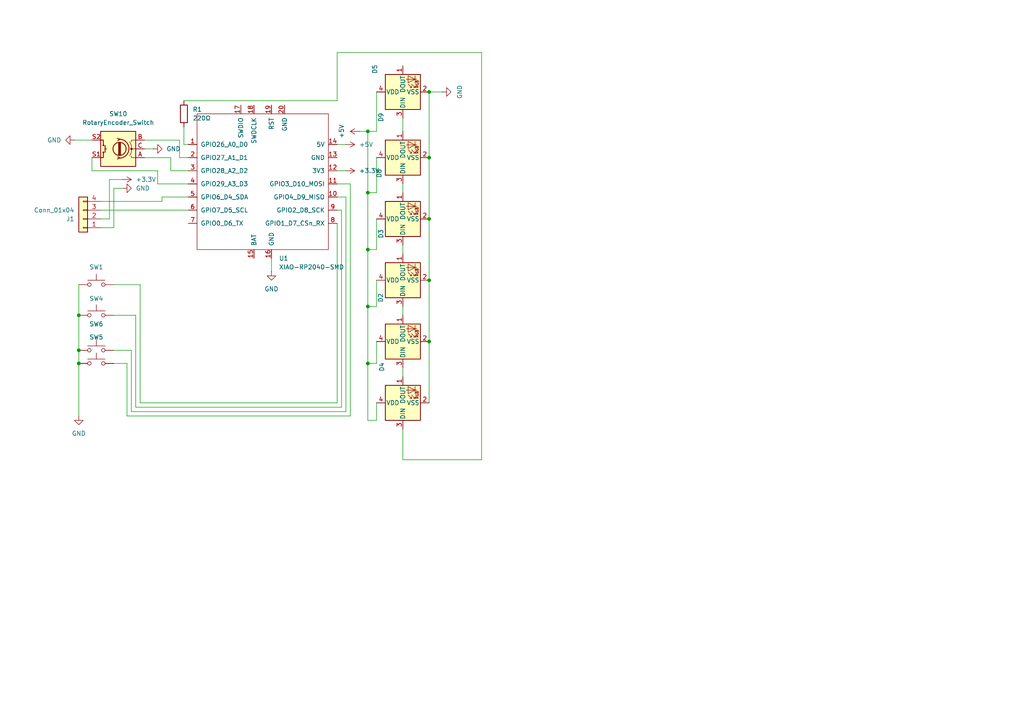
<source format=kicad_sch>
(kicad_sch
	(version 20250114)
	(generator "eeschema")
	(generator_version "9.0")
	(uuid "dbe3d309-a94f-4d05-8297-181c4c6fd959")
	(paper "A4")
	(lib_symbols
		(symbol "Connector_Generic:Conn_01x04"
			(pin_names
				(offset 1.016)
				(hide yes)
			)
			(exclude_from_sim no)
			(in_bom yes)
			(on_board yes)
			(property "Reference" "J"
				(at 0 5.08 0)
				(effects
					(font
						(size 1.27 1.27)
					)
				)
			)
			(property "Value" "Conn_01x04"
				(at 0 -7.62 0)
				(effects
					(font
						(size 1.27 1.27)
					)
				)
			)
			(property "Footprint" ""
				(at 0 0 0)
				(effects
					(font
						(size 1.27 1.27)
					)
					(hide yes)
				)
			)
			(property "Datasheet" "~"
				(at 0 0 0)
				(effects
					(font
						(size 1.27 1.27)
					)
					(hide yes)
				)
			)
			(property "Description" "Generic connector, single row, 01x04, script generated (kicad-library-utils/schlib/autogen/connector/)"
				(at 0 0 0)
				(effects
					(font
						(size 1.27 1.27)
					)
					(hide yes)
				)
			)
			(property "ki_keywords" "connector"
				(at 0 0 0)
				(effects
					(font
						(size 1.27 1.27)
					)
					(hide yes)
				)
			)
			(property "ki_fp_filters" "Connector*:*_1x??_*"
				(at 0 0 0)
				(effects
					(font
						(size 1.27 1.27)
					)
					(hide yes)
				)
			)
			(symbol "Conn_01x04_1_1"
				(rectangle
					(start -1.27 3.81)
					(end 1.27 -6.35)
					(stroke
						(width 0.254)
						(type default)
					)
					(fill
						(type background)
					)
				)
				(rectangle
					(start -1.27 2.667)
					(end 0 2.413)
					(stroke
						(width 0.1524)
						(type default)
					)
					(fill
						(type none)
					)
				)
				(rectangle
					(start -1.27 0.127)
					(end 0 -0.127)
					(stroke
						(width 0.1524)
						(type default)
					)
					(fill
						(type none)
					)
				)
				(rectangle
					(start -1.27 -2.413)
					(end 0 -2.667)
					(stroke
						(width 0.1524)
						(type default)
					)
					(fill
						(type none)
					)
				)
				(rectangle
					(start -1.27 -4.953)
					(end 0 -5.207)
					(stroke
						(width 0.1524)
						(type default)
					)
					(fill
						(type none)
					)
				)
				(pin passive line
					(at -5.08 2.54 0)
					(length 3.81)
					(name "Pin_1"
						(effects
							(font
								(size 1.27 1.27)
							)
						)
					)
					(number "1"
						(effects
							(font
								(size 1.27 1.27)
							)
						)
					)
				)
				(pin passive line
					(at -5.08 0 0)
					(length 3.81)
					(name "Pin_2"
						(effects
							(font
								(size 1.27 1.27)
							)
						)
					)
					(number "2"
						(effects
							(font
								(size 1.27 1.27)
							)
						)
					)
				)
				(pin passive line
					(at -5.08 -2.54 0)
					(length 3.81)
					(name "Pin_3"
						(effects
							(font
								(size 1.27 1.27)
							)
						)
					)
					(number "3"
						(effects
							(font
								(size 1.27 1.27)
							)
						)
					)
				)
				(pin passive line
					(at -5.08 -5.08 0)
					(length 3.81)
					(name "Pin_4"
						(effects
							(font
								(size 1.27 1.27)
							)
						)
					)
					(number "4"
						(effects
							(font
								(size 1.27 1.27)
							)
						)
					)
				)
			)
			(embedded_fonts no)
		)
		(symbol "Device:R"
			(pin_numbers
				(hide yes)
			)
			(pin_names
				(offset 0)
			)
			(exclude_from_sim no)
			(in_bom yes)
			(on_board yes)
			(property "Reference" "R"
				(at 2.032 0 90)
				(effects
					(font
						(size 1.27 1.27)
					)
				)
			)
			(property "Value" "R"
				(at 0 0 90)
				(effects
					(font
						(size 1.27 1.27)
					)
				)
			)
			(property "Footprint" ""
				(at -1.778 0 90)
				(effects
					(font
						(size 1.27 1.27)
					)
					(hide yes)
				)
			)
			(property "Datasheet" "~"
				(at 0 0 0)
				(effects
					(font
						(size 1.27 1.27)
					)
					(hide yes)
				)
			)
			(property "Description" "Resistor"
				(at 0 0 0)
				(effects
					(font
						(size 1.27 1.27)
					)
					(hide yes)
				)
			)
			(property "ki_keywords" "R res resistor"
				(at 0 0 0)
				(effects
					(font
						(size 1.27 1.27)
					)
					(hide yes)
				)
			)
			(property "ki_fp_filters" "R_*"
				(at 0 0 0)
				(effects
					(font
						(size 1.27 1.27)
					)
					(hide yes)
				)
			)
			(symbol "R_0_1"
				(rectangle
					(start -1.016 -2.54)
					(end 1.016 2.54)
					(stroke
						(width 0.254)
						(type default)
					)
					(fill
						(type none)
					)
				)
			)
			(symbol "R_1_1"
				(pin passive line
					(at 0 3.81 270)
					(length 1.27)
					(name "~"
						(effects
							(font
								(size 1.27 1.27)
							)
						)
					)
					(number "1"
						(effects
							(font
								(size 1.27 1.27)
							)
						)
					)
				)
				(pin passive line
					(at 0 -3.81 90)
					(length 1.27)
					(name "~"
						(effects
							(font
								(size 1.27 1.27)
							)
						)
					)
					(number "2"
						(effects
							(font
								(size 1.27 1.27)
							)
						)
					)
				)
			)
			(embedded_fonts no)
		)
		(symbol "Device:RotaryEncoder_Switch"
			(pin_names
				(offset 0.254)
				(hide yes)
			)
			(exclude_from_sim no)
			(in_bom yes)
			(on_board yes)
			(property "Reference" "SW"
				(at 0 6.604 0)
				(effects
					(font
						(size 1.27 1.27)
					)
				)
			)
			(property "Value" "RotaryEncoder_Switch"
				(at 0 -6.604 0)
				(effects
					(font
						(size 1.27 1.27)
					)
				)
			)
			(property "Footprint" ""
				(at -3.81 4.064 0)
				(effects
					(font
						(size 1.27 1.27)
					)
					(hide yes)
				)
			)
			(property "Datasheet" "~"
				(at 0 6.604 0)
				(effects
					(font
						(size 1.27 1.27)
					)
					(hide yes)
				)
			)
			(property "Description" "Rotary encoder, dual channel, incremental quadrate outputs, with switch"
				(at 0 0 0)
				(effects
					(font
						(size 1.27 1.27)
					)
					(hide yes)
				)
			)
			(property "ki_keywords" "rotary switch encoder switch push button"
				(at 0 0 0)
				(effects
					(font
						(size 1.27 1.27)
					)
					(hide yes)
				)
			)
			(property "ki_fp_filters" "RotaryEncoder*Switch*"
				(at 0 0 0)
				(effects
					(font
						(size 1.27 1.27)
					)
					(hide yes)
				)
			)
			(symbol "RotaryEncoder_Switch_0_1"
				(rectangle
					(start -5.08 5.08)
					(end 5.08 -5.08)
					(stroke
						(width 0.254)
						(type default)
					)
					(fill
						(type background)
					)
				)
				(polyline
					(pts
						(xy -5.08 2.54) (xy -3.81 2.54) (xy -3.81 2.032)
					)
					(stroke
						(width 0)
						(type default)
					)
					(fill
						(type none)
					)
				)
				(polyline
					(pts
						(xy -5.08 0) (xy -3.81 0) (xy -3.81 -1.016) (xy -3.302 -2.032)
					)
					(stroke
						(width 0)
						(type default)
					)
					(fill
						(type none)
					)
				)
				(polyline
					(pts
						(xy -5.08 -2.54) (xy -3.81 -2.54) (xy -3.81 -2.032)
					)
					(stroke
						(width 0)
						(type default)
					)
					(fill
						(type none)
					)
				)
				(polyline
					(pts
						(xy -4.318 0) (xy -3.81 0) (xy -3.81 1.016) (xy -3.302 2.032)
					)
					(stroke
						(width 0)
						(type default)
					)
					(fill
						(type none)
					)
				)
				(circle
					(center -3.81 0)
					(radius 0.254)
					(stroke
						(width 0)
						(type default)
					)
					(fill
						(type outline)
					)
				)
				(polyline
					(pts
						(xy -0.635 -1.778) (xy -0.635 1.778)
					)
					(stroke
						(width 0.254)
						(type default)
					)
					(fill
						(type none)
					)
				)
				(circle
					(center -0.381 0)
					(radius 1.905)
					(stroke
						(width 0.254)
						(type default)
					)
					(fill
						(type none)
					)
				)
				(polyline
					(pts
						(xy -0.381 -1.778) (xy -0.381 1.778)
					)
					(stroke
						(width 0.254)
						(type default)
					)
					(fill
						(type none)
					)
				)
				(arc
					(start -0.381 -2.794)
					(mid -3.0988 -0.0635)
					(end -0.381 2.667)
					(stroke
						(width 0.254)
						(type default)
					)
					(fill
						(type none)
					)
				)
				(polyline
					(pts
						(xy -0.127 1.778) (xy -0.127 -1.778)
					)
					(stroke
						(width 0.254)
						(type default)
					)
					(fill
						(type none)
					)
				)
				(polyline
					(pts
						(xy 0.254 2.921) (xy -0.508 2.667) (xy 0.127 2.286)
					)
					(stroke
						(width 0.254)
						(type default)
					)
					(fill
						(type none)
					)
				)
				(polyline
					(pts
						(xy 0.254 -3.048) (xy -0.508 -2.794) (xy 0.127 -2.413)
					)
					(stroke
						(width 0.254)
						(type default)
					)
					(fill
						(type none)
					)
				)
				(polyline
					(pts
						(xy 3.81 1.016) (xy 3.81 -1.016)
					)
					(stroke
						(width 0.254)
						(type default)
					)
					(fill
						(type none)
					)
				)
				(polyline
					(pts
						(xy 3.81 0) (xy 3.429 0)
					)
					(stroke
						(width 0.254)
						(type default)
					)
					(fill
						(type none)
					)
				)
				(circle
					(center 4.318 1.016)
					(radius 0.127)
					(stroke
						(width 0.254)
						(type default)
					)
					(fill
						(type none)
					)
				)
				(circle
					(center 4.318 -1.016)
					(radius 0.127)
					(stroke
						(width 0.254)
						(type default)
					)
					(fill
						(type none)
					)
				)
				(polyline
					(pts
						(xy 5.08 2.54) (xy 4.318 2.54) (xy 4.318 1.016)
					)
					(stroke
						(width 0.254)
						(type default)
					)
					(fill
						(type none)
					)
				)
				(polyline
					(pts
						(xy 5.08 -2.54) (xy 4.318 -2.54) (xy 4.318 -1.016)
					)
					(stroke
						(width 0.254)
						(type default)
					)
					(fill
						(type none)
					)
				)
			)
			(symbol "RotaryEncoder_Switch_1_1"
				(pin passive line
					(at -7.62 2.54 0)
					(length 2.54)
					(name "A"
						(effects
							(font
								(size 1.27 1.27)
							)
						)
					)
					(number "A"
						(effects
							(font
								(size 1.27 1.27)
							)
						)
					)
				)
				(pin passive line
					(at -7.62 0 0)
					(length 2.54)
					(name "C"
						(effects
							(font
								(size 1.27 1.27)
							)
						)
					)
					(number "C"
						(effects
							(font
								(size 1.27 1.27)
							)
						)
					)
				)
				(pin passive line
					(at -7.62 -2.54 0)
					(length 2.54)
					(name "B"
						(effects
							(font
								(size 1.27 1.27)
							)
						)
					)
					(number "B"
						(effects
							(font
								(size 1.27 1.27)
							)
						)
					)
				)
				(pin passive line
					(at 7.62 2.54 180)
					(length 2.54)
					(name "S1"
						(effects
							(font
								(size 1.27 1.27)
							)
						)
					)
					(number "S1"
						(effects
							(font
								(size 1.27 1.27)
							)
						)
					)
				)
				(pin passive line
					(at 7.62 -2.54 180)
					(length 2.54)
					(name "S2"
						(effects
							(font
								(size 1.27 1.27)
							)
						)
					)
					(number "S2"
						(effects
							(font
								(size 1.27 1.27)
							)
						)
					)
				)
			)
			(embedded_fonts no)
		)
		(symbol "LED:SK6812MINI"
			(pin_names
				(offset 0.254)
			)
			(exclude_from_sim no)
			(in_bom yes)
			(on_board yes)
			(property "Reference" "D"
				(at 5.08 5.715 0)
				(effects
					(font
						(size 1.27 1.27)
					)
					(justify right bottom)
				)
			)
			(property "Value" "SK6812MINI"
				(at 1.27 -5.715 0)
				(effects
					(font
						(size 1.27 1.27)
					)
					(justify left top)
				)
			)
			(property "Footprint" "LED_SMD:LED_SK6812MINI_PLCC4_3.5x3.5mm_P1.75mm"
				(at 1.27 -7.62 0)
				(effects
					(font
						(size 1.27 1.27)
					)
					(justify left top)
					(hide yes)
				)
			)
			(property "Datasheet" "https://cdn-shop.adafruit.com/product-files/2686/SK6812MINI_REV.01-1-2.pdf"
				(at 2.54 -9.525 0)
				(effects
					(font
						(size 1.27 1.27)
					)
					(justify left top)
					(hide yes)
				)
			)
			(property "Description" "RGB LED with integrated controller"
				(at 0 0 0)
				(effects
					(font
						(size 1.27 1.27)
					)
					(hide yes)
				)
			)
			(property "ki_keywords" "RGB LED NeoPixel Mini addressable"
				(at 0 0 0)
				(effects
					(font
						(size 1.27 1.27)
					)
					(hide yes)
				)
			)
			(property "ki_fp_filters" "LED*SK6812MINI*PLCC*3.5x3.5mm*P1.75mm*"
				(at 0 0 0)
				(effects
					(font
						(size 1.27 1.27)
					)
					(hide yes)
				)
			)
			(symbol "SK6812MINI_0_0"
				(text "RGB"
					(at 2.286 -4.191 0)
					(effects
						(font
							(size 0.762 0.762)
						)
					)
				)
			)
			(symbol "SK6812MINI_0_1"
				(polyline
					(pts
						(xy 1.27 -2.54) (xy 1.778 -2.54)
					)
					(stroke
						(width 0)
						(type default)
					)
					(fill
						(type none)
					)
				)
				(polyline
					(pts
						(xy 1.27 -3.556) (xy 1.778 -3.556)
					)
					(stroke
						(width 0)
						(type default)
					)
					(fill
						(type none)
					)
				)
				(polyline
					(pts
						(xy 2.286 -1.524) (xy 1.27 -2.54) (xy 1.27 -2.032)
					)
					(stroke
						(width 0)
						(type default)
					)
					(fill
						(type none)
					)
				)
				(polyline
					(pts
						(xy 2.286 -2.54) (xy 1.27 -3.556) (xy 1.27 -3.048)
					)
					(stroke
						(width 0)
						(type default)
					)
					(fill
						(type none)
					)
				)
				(polyline
					(pts
						(xy 3.683 -1.016) (xy 3.683 -3.556) (xy 3.683 -4.064)
					)
					(stroke
						(width 0)
						(type default)
					)
					(fill
						(type none)
					)
				)
				(polyline
					(pts
						(xy 4.699 -1.524) (xy 2.667 -1.524) (xy 3.683 -3.556) (xy 4.699 -1.524)
					)
					(stroke
						(width 0)
						(type default)
					)
					(fill
						(type none)
					)
				)
				(polyline
					(pts
						(xy 4.699 -3.556) (xy 2.667 -3.556)
					)
					(stroke
						(width 0)
						(type default)
					)
					(fill
						(type none)
					)
				)
				(rectangle
					(start 5.08 5.08)
					(end -5.08 -5.08)
					(stroke
						(width 0.254)
						(type default)
					)
					(fill
						(type background)
					)
				)
			)
			(symbol "SK6812MINI_1_1"
				(pin input line
					(at -7.62 0 0)
					(length 2.54)
					(name "DIN"
						(effects
							(font
								(size 1.27 1.27)
							)
						)
					)
					(number "3"
						(effects
							(font
								(size 1.27 1.27)
							)
						)
					)
				)
				(pin power_in line
					(at 0 7.62 270)
					(length 2.54)
					(name "VDD"
						(effects
							(font
								(size 1.27 1.27)
							)
						)
					)
					(number "4"
						(effects
							(font
								(size 1.27 1.27)
							)
						)
					)
				)
				(pin power_in line
					(at 0 -7.62 90)
					(length 2.54)
					(name "VSS"
						(effects
							(font
								(size 1.27 1.27)
							)
						)
					)
					(number "2"
						(effects
							(font
								(size 1.27 1.27)
							)
						)
					)
				)
				(pin output line
					(at 7.62 0 180)
					(length 2.54)
					(name "DOUT"
						(effects
							(font
								(size 1.27 1.27)
							)
						)
					)
					(number "1"
						(effects
							(font
								(size 1.27 1.27)
							)
						)
					)
				)
			)
			(embedded_fonts no)
		)
		(symbol "Switch:SW_Push"
			(pin_numbers
				(hide yes)
			)
			(pin_names
				(offset 1.016)
				(hide yes)
			)
			(exclude_from_sim no)
			(in_bom yes)
			(on_board yes)
			(property "Reference" "SW"
				(at 1.27 2.54 0)
				(effects
					(font
						(size 1.27 1.27)
					)
					(justify left)
				)
			)
			(property "Value" "SW_Push"
				(at 0 -1.524 0)
				(effects
					(font
						(size 1.27 1.27)
					)
				)
			)
			(property "Footprint" ""
				(at 0 5.08 0)
				(effects
					(font
						(size 1.27 1.27)
					)
					(hide yes)
				)
			)
			(property "Datasheet" "~"
				(at 0 5.08 0)
				(effects
					(font
						(size 1.27 1.27)
					)
					(hide yes)
				)
			)
			(property "Description" "Push button switch, generic, two pins"
				(at 0 0 0)
				(effects
					(font
						(size 1.27 1.27)
					)
					(hide yes)
				)
			)
			(property "ki_keywords" "switch normally-open pushbutton push-button"
				(at 0 0 0)
				(effects
					(font
						(size 1.27 1.27)
					)
					(hide yes)
				)
			)
			(symbol "SW_Push_0_1"
				(circle
					(center -2.032 0)
					(radius 0.508)
					(stroke
						(width 0)
						(type default)
					)
					(fill
						(type none)
					)
				)
				(polyline
					(pts
						(xy 0 1.27) (xy 0 3.048)
					)
					(stroke
						(width 0)
						(type default)
					)
					(fill
						(type none)
					)
				)
				(circle
					(center 2.032 0)
					(radius 0.508)
					(stroke
						(width 0)
						(type default)
					)
					(fill
						(type none)
					)
				)
				(polyline
					(pts
						(xy 2.54 1.27) (xy -2.54 1.27)
					)
					(stroke
						(width 0)
						(type default)
					)
					(fill
						(type none)
					)
				)
				(pin passive line
					(at -5.08 0 0)
					(length 2.54)
					(name "1"
						(effects
							(font
								(size 1.27 1.27)
							)
						)
					)
					(number "1"
						(effects
							(font
								(size 1.27 1.27)
							)
						)
					)
				)
				(pin passive line
					(at 5.08 0 180)
					(length 2.54)
					(name "2"
						(effects
							(font
								(size 1.27 1.27)
							)
						)
					)
					(number "2"
						(effects
							(font
								(size 1.27 1.27)
							)
						)
					)
				)
			)
			(embedded_fonts no)
		)
		(symbol "opl:XIAO-RP2040-SMD"
			(pin_names
				(offset 1.016)
			)
			(exclude_from_sim no)
			(in_bom yes)
			(on_board yes)
			(property "Reference" "U"
				(at -18.542 23.114 0)
				(effects
					(font
						(size 1.27 1.27)
					)
				)
			)
			(property "Value" "XIAO-RP2040-SMD"
				(at -8.382 21.336 0)
				(effects
					(font
						(size 1.27 1.27)
					)
				)
			)
			(property "Footprint" ""
				(at -8.89 5.08 0)
				(effects
					(font
						(size 1.27 1.27)
					)
					(hide yes)
				)
			)
			(property "Datasheet" ""
				(at -8.89 5.08 0)
				(effects
					(font
						(size 1.27 1.27)
					)
					(hide yes)
				)
			)
			(property "Description" ""
				(at 0 0 0)
				(effects
					(font
						(size 1.27 1.27)
					)
					(hide yes)
				)
			)
			(symbol "XIAO-RP2040-SMD_0_1"
				(rectangle
					(start 19.05 -19.05)
					(end -19.05 20.32)
					(stroke
						(width 0)
						(type default)
					)
					(fill
						(type none)
					)
				)
			)
			(symbol "XIAO-RP2040-SMD_1_1"
				(pin passive line
					(at -21.59 11.43 0)
					(length 2.54)
					(name "GPIO26_A0_D0"
						(effects
							(font
								(size 1.27 1.27)
							)
						)
					)
					(number "1"
						(effects
							(font
								(size 1.27 1.27)
							)
						)
					)
				)
				(pin passive line
					(at -21.59 7.62 0)
					(length 2.54)
					(name "GPIO27_A1_D1"
						(effects
							(font
								(size 1.27 1.27)
							)
						)
					)
					(number "2"
						(effects
							(font
								(size 1.27 1.27)
							)
						)
					)
				)
				(pin passive line
					(at -21.59 3.81 0)
					(length 2.54)
					(name "GPIO28_A2_D2"
						(effects
							(font
								(size 1.27 1.27)
							)
						)
					)
					(number "3"
						(effects
							(font
								(size 1.27 1.27)
							)
						)
					)
				)
				(pin passive line
					(at -21.59 0 0)
					(length 2.54)
					(name "GPIO29_A3_D3"
						(effects
							(font
								(size 1.27 1.27)
							)
						)
					)
					(number "4"
						(effects
							(font
								(size 1.27 1.27)
							)
						)
					)
				)
				(pin passive line
					(at -21.59 -3.81 0)
					(length 2.54)
					(name "GPIO6_D4_SDA"
						(effects
							(font
								(size 1.27 1.27)
							)
						)
					)
					(number "5"
						(effects
							(font
								(size 1.27 1.27)
							)
						)
					)
				)
				(pin passive line
					(at -21.59 -7.62 0)
					(length 2.54)
					(name "GPIO7_D5_SCL"
						(effects
							(font
								(size 1.27 1.27)
							)
						)
					)
					(number "6"
						(effects
							(font
								(size 1.27 1.27)
							)
						)
					)
				)
				(pin passive line
					(at -21.59 -11.43 0)
					(length 2.54)
					(name "GPIO0_D6_TX"
						(effects
							(font
								(size 1.27 1.27)
							)
						)
					)
					(number "7"
						(effects
							(font
								(size 1.27 1.27)
							)
						)
					)
				)
				(pin passive line
					(at -6.35 22.86 270)
					(length 2.54)
					(name "SWDIO"
						(effects
							(font
								(size 1.27 1.27)
							)
						)
					)
					(number "17"
						(effects
							(font
								(size 1.27 1.27)
							)
						)
					)
				)
				(pin passive line
					(at -2.54 22.86 270)
					(length 2.54)
					(name "SWDCLK"
						(effects
							(font
								(size 1.27 1.27)
							)
						)
					)
					(number "18"
						(effects
							(font
								(size 1.27 1.27)
							)
						)
					)
				)
				(pin passive line
					(at -2.54 -21.59 90)
					(length 2.54)
					(name "BAT"
						(effects
							(font
								(size 1.27 1.27)
							)
						)
					)
					(number "15"
						(effects
							(font
								(size 1.27 1.27)
							)
						)
					)
				)
				(pin passive line
					(at 2.54 22.86 270)
					(length 2.54)
					(name "RST"
						(effects
							(font
								(size 1.27 1.27)
							)
						)
					)
					(number "19"
						(effects
							(font
								(size 1.27 1.27)
							)
						)
					)
				)
				(pin passive line
					(at 2.54 -21.59 90)
					(length 2.54)
					(name "GND"
						(effects
							(font
								(size 1.27 1.27)
							)
						)
					)
					(number "16"
						(effects
							(font
								(size 1.27 1.27)
							)
						)
					)
				)
				(pin passive line
					(at 6.35 22.86 270)
					(length 2.54)
					(name "GND"
						(effects
							(font
								(size 1.27 1.27)
							)
						)
					)
					(number "20"
						(effects
							(font
								(size 1.27 1.27)
							)
						)
					)
				)
				(pin passive line
					(at 21.59 11.43 180)
					(length 2.54)
					(name "5V"
						(effects
							(font
								(size 1.27 1.27)
							)
						)
					)
					(number "14"
						(effects
							(font
								(size 1.27 1.27)
							)
						)
					)
				)
				(pin passive line
					(at 21.59 7.62 180)
					(length 2.54)
					(name "GND"
						(effects
							(font
								(size 1.27 1.27)
							)
						)
					)
					(number "13"
						(effects
							(font
								(size 1.27 1.27)
							)
						)
					)
				)
				(pin passive line
					(at 21.59 3.81 180)
					(length 2.54)
					(name "3V3"
						(effects
							(font
								(size 1.27 1.27)
							)
						)
					)
					(number "12"
						(effects
							(font
								(size 1.27 1.27)
							)
						)
					)
				)
				(pin passive line
					(at 21.59 0 180)
					(length 2.54)
					(name "GPIO3_D10_MOSI"
						(effects
							(font
								(size 1.27 1.27)
							)
						)
					)
					(number "11"
						(effects
							(font
								(size 1.27 1.27)
							)
						)
					)
				)
				(pin passive line
					(at 21.59 -3.81 180)
					(length 2.54)
					(name "GPIO4_D9_MISO"
						(effects
							(font
								(size 1.27 1.27)
							)
						)
					)
					(number "10"
						(effects
							(font
								(size 1.27 1.27)
							)
						)
					)
				)
				(pin passive line
					(at 21.59 -7.62 180)
					(length 2.54)
					(name "GPIO2_D8_SCK"
						(effects
							(font
								(size 1.27 1.27)
							)
						)
					)
					(number "9"
						(effects
							(font
								(size 1.27 1.27)
							)
						)
					)
				)
				(pin passive line
					(at 21.59 -11.43 180)
					(length 2.54)
					(name "GPIO1_D7_CSn_RX"
						(effects
							(font
								(size 1.27 1.27)
							)
						)
					)
					(number "8"
						(effects
							(font
								(size 1.27 1.27)
							)
						)
					)
				)
			)
			(embedded_fonts no)
		)
		(symbol "power:+3.3V"
			(power)
			(pin_numbers
				(hide yes)
			)
			(pin_names
				(offset 0)
				(hide yes)
			)
			(exclude_from_sim no)
			(in_bom yes)
			(on_board yes)
			(property "Reference" "#PWR"
				(at 0 -3.81 0)
				(effects
					(font
						(size 1.27 1.27)
					)
					(hide yes)
				)
			)
			(property "Value" "+3.3V"
				(at 0 3.556 0)
				(effects
					(font
						(size 1.27 1.27)
					)
				)
			)
			(property "Footprint" ""
				(at 0 0 0)
				(effects
					(font
						(size 1.27 1.27)
					)
					(hide yes)
				)
			)
			(property "Datasheet" ""
				(at 0 0 0)
				(effects
					(font
						(size 1.27 1.27)
					)
					(hide yes)
				)
			)
			(property "Description" "Power symbol creates a global label with name \"+3.3V\""
				(at 0 0 0)
				(effects
					(font
						(size 1.27 1.27)
					)
					(hide yes)
				)
			)
			(property "ki_keywords" "global power"
				(at 0 0 0)
				(effects
					(font
						(size 1.27 1.27)
					)
					(hide yes)
				)
			)
			(symbol "+3.3V_0_1"
				(polyline
					(pts
						(xy -0.762 1.27) (xy 0 2.54)
					)
					(stroke
						(width 0)
						(type default)
					)
					(fill
						(type none)
					)
				)
				(polyline
					(pts
						(xy 0 2.54) (xy 0.762 1.27)
					)
					(stroke
						(width 0)
						(type default)
					)
					(fill
						(type none)
					)
				)
				(polyline
					(pts
						(xy 0 0) (xy 0 2.54)
					)
					(stroke
						(width 0)
						(type default)
					)
					(fill
						(type none)
					)
				)
			)
			(symbol "+3.3V_1_1"
				(pin power_in line
					(at 0 0 90)
					(length 0)
					(name "~"
						(effects
							(font
								(size 1.27 1.27)
							)
						)
					)
					(number "1"
						(effects
							(font
								(size 1.27 1.27)
							)
						)
					)
				)
			)
			(embedded_fonts no)
		)
		(symbol "power:+5V"
			(power)
			(pin_numbers
				(hide yes)
			)
			(pin_names
				(offset 0)
				(hide yes)
			)
			(exclude_from_sim no)
			(in_bom yes)
			(on_board yes)
			(property "Reference" "#PWR"
				(at 0 -3.81 0)
				(effects
					(font
						(size 1.27 1.27)
					)
					(hide yes)
				)
			)
			(property "Value" "+5V"
				(at 0 3.556 0)
				(effects
					(font
						(size 1.27 1.27)
					)
				)
			)
			(property "Footprint" ""
				(at 0 0 0)
				(effects
					(font
						(size 1.27 1.27)
					)
					(hide yes)
				)
			)
			(property "Datasheet" ""
				(at 0 0 0)
				(effects
					(font
						(size 1.27 1.27)
					)
					(hide yes)
				)
			)
			(property "Description" "Power symbol creates a global label with name \"+5V\""
				(at 0 0 0)
				(effects
					(font
						(size 1.27 1.27)
					)
					(hide yes)
				)
			)
			(property "ki_keywords" "global power"
				(at 0 0 0)
				(effects
					(font
						(size 1.27 1.27)
					)
					(hide yes)
				)
			)
			(symbol "+5V_0_1"
				(polyline
					(pts
						(xy -0.762 1.27) (xy 0 2.54)
					)
					(stroke
						(width 0)
						(type default)
					)
					(fill
						(type none)
					)
				)
				(polyline
					(pts
						(xy 0 2.54) (xy 0.762 1.27)
					)
					(stroke
						(width 0)
						(type default)
					)
					(fill
						(type none)
					)
				)
				(polyline
					(pts
						(xy 0 0) (xy 0 2.54)
					)
					(stroke
						(width 0)
						(type default)
					)
					(fill
						(type none)
					)
				)
			)
			(symbol "+5V_1_1"
				(pin power_in line
					(at 0 0 90)
					(length 0)
					(name "~"
						(effects
							(font
								(size 1.27 1.27)
							)
						)
					)
					(number "1"
						(effects
							(font
								(size 1.27 1.27)
							)
						)
					)
				)
			)
			(embedded_fonts no)
		)
		(symbol "power:GND"
			(power)
			(pin_numbers
				(hide yes)
			)
			(pin_names
				(offset 0)
				(hide yes)
			)
			(exclude_from_sim no)
			(in_bom yes)
			(on_board yes)
			(property "Reference" "#PWR"
				(at 0 -6.35 0)
				(effects
					(font
						(size 1.27 1.27)
					)
					(hide yes)
				)
			)
			(property "Value" "GND"
				(at 0 -3.81 0)
				(effects
					(font
						(size 1.27 1.27)
					)
				)
			)
			(property "Footprint" ""
				(at 0 0 0)
				(effects
					(font
						(size 1.27 1.27)
					)
					(hide yes)
				)
			)
			(property "Datasheet" ""
				(at 0 0 0)
				(effects
					(font
						(size 1.27 1.27)
					)
					(hide yes)
				)
			)
			(property "Description" "Power symbol creates a global label with name \"GND\" , ground"
				(at 0 0 0)
				(effects
					(font
						(size 1.27 1.27)
					)
					(hide yes)
				)
			)
			(property "ki_keywords" "global power"
				(at 0 0 0)
				(effects
					(font
						(size 1.27 1.27)
					)
					(hide yes)
				)
			)
			(symbol "GND_0_1"
				(polyline
					(pts
						(xy 0 0) (xy 0 -1.27) (xy 1.27 -1.27) (xy 0 -2.54) (xy -1.27 -1.27) (xy 0 -1.27)
					)
					(stroke
						(width 0)
						(type default)
					)
					(fill
						(type none)
					)
				)
			)
			(symbol "GND_1_1"
				(pin power_in line
					(at 0 0 270)
					(length 0)
					(name "~"
						(effects
							(font
								(size 1.27 1.27)
							)
						)
					)
					(number "1"
						(effects
							(font
								(size 1.27 1.27)
							)
						)
					)
				)
			)
			(embedded_fonts no)
		)
	)
	(junction
		(at 22.86 105.41)
		(diameter 0)
		(color 0 0 0 0)
		(uuid "090c8155-4c0d-42ca-ad7e-7ade11248341")
	)
	(junction
		(at 106.68 55.88)
		(diameter 0)
		(color 0 0 0 0)
		(uuid "1495eaa1-94ee-4b21-b55a-98e335495c73")
	)
	(junction
		(at 106.68 38.1)
		(diameter 0)
		(color 0 0 0 0)
		(uuid "15209a67-3aa3-4f0e-8266-4d39a1e24287")
	)
	(junction
		(at 124.46 99.06)
		(diameter 0)
		(color 0 0 0 0)
		(uuid "404c0246-bfb5-4b58-9816-9a49734239f7")
	)
	(junction
		(at 124.46 26.67)
		(diameter 0)
		(color 0 0 0 0)
		(uuid "4e8c26d7-34f9-4e0f-8863-ae94d1af7f32")
	)
	(junction
		(at 124.46 45.72)
		(diameter 0)
		(color 0 0 0 0)
		(uuid "5217f442-a5ea-47d3-b410-b384922090d7")
	)
	(junction
		(at 106.68 88.9)
		(diameter 0)
		(color 0 0 0 0)
		(uuid "8bf042fc-02a4-46ad-9a5b-d22927e4a50d")
	)
	(junction
		(at 106.68 72.39)
		(diameter 0)
		(color 0 0 0 0)
		(uuid "8c6d91a7-2add-4a94-b8d7-5cd5a1f419b3")
	)
	(junction
		(at 124.46 81.28)
		(diameter 0)
		(color 0 0 0 0)
		(uuid "92e1624e-8f2b-4952-b134-39f658a2f456")
	)
	(junction
		(at 106.68 105.41)
		(diameter 0)
		(color 0 0 0 0)
		(uuid "c010d2d8-196e-499f-a2a7-9e8f45afbd50")
	)
	(junction
		(at 22.86 91.44)
		(diameter 0)
		(color 0 0 0 0)
		(uuid "dd9a6e2e-f3d8-41cf-a70c-a2e0757c527a")
	)
	(junction
		(at 124.46 63.5)
		(diameter 0)
		(color 0 0 0 0)
		(uuid "e9808805-02fe-4460-b69f-ca37b44a4fdd")
	)
	(junction
		(at 22.86 101.6)
		(diameter 0)
		(color 0 0 0 0)
		(uuid "ffe8b335-fc1b-442f-8141-0d916d6ad2cd")
	)
	(wire
		(pts
			(xy 53.34 36.83) (xy 53.34 41.91)
		)
		(stroke
			(width 0)
			(type default)
		)
		(uuid "03982af3-3f85-41ad-a836-31594cc3f3af")
	)
	(wire
		(pts
			(xy 124.46 81.28) (xy 124.46 63.5)
		)
		(stroke
			(width 0)
			(type default)
		)
		(uuid "0456281e-dd54-43c7-a4bf-8930bb0a7505")
	)
	(wire
		(pts
			(xy 40.64 116.84) (xy 97.79 116.84)
		)
		(stroke
			(width 0)
			(type default)
		)
		(uuid "0508a3f9-dc06-4ebb-bc97-a040accb2042")
	)
	(wire
		(pts
			(xy 106.68 88.9) (xy 106.68 105.41)
		)
		(stroke
			(width 0)
			(type default)
		)
		(uuid "062e5e95-e8fe-4def-9469-0a4f8ea09a93")
	)
	(wire
		(pts
			(xy 41.91 43.18) (xy 44.45 43.18)
		)
		(stroke
			(width 0)
			(type default)
		)
		(uuid "0aa46fcd-ac5c-4e32-8ad3-9147e982d1a4")
	)
	(wire
		(pts
			(xy 124.46 99.06) (xy 124.46 81.28)
		)
		(stroke
			(width 0)
			(type default)
		)
		(uuid "0e0c3857-1ff2-4202-b0ba-a268c7e02aa1")
	)
	(wire
		(pts
			(xy 41.91 40.64) (xy 52.07 40.64)
		)
		(stroke
			(width 0)
			(type default)
		)
		(uuid "0ee3d952-cf29-4c4e-b15b-8b6192ab2e10")
	)
	(wire
		(pts
			(xy 116.84 38.1) (xy 116.84 34.29)
		)
		(stroke
			(width 0)
			(type default)
		)
		(uuid "10496f06-408a-45ce-a94e-72ff241db15e")
	)
	(wire
		(pts
			(xy 29.21 58.42) (xy 46.99 58.42)
		)
		(stroke
			(width 0)
			(type default)
		)
		(uuid "1223b29d-7149-4f00-8a90-aed4329e2102")
	)
	(wire
		(pts
			(xy 45.72 53.34) (xy 54.61 53.34)
		)
		(stroke
			(width 0)
			(type default)
		)
		(uuid "136ab96d-9419-4e10-a41f-22bfa9ab8c20")
	)
	(wire
		(pts
			(xy 49.53 45.72) (xy 49.53 49.53)
		)
		(stroke
			(width 0)
			(type default)
		)
		(uuid "16e70468-05c4-427f-b8e5-bd3e79bc24bf")
	)
	(wire
		(pts
			(xy 22.86 101.6) (xy 22.86 105.41)
		)
		(stroke
			(width 0)
			(type default)
		)
		(uuid "17c2cfc4-e2aa-4fe0-a32d-755d8179172d")
	)
	(wire
		(pts
			(xy 53.34 41.91) (xy 54.61 41.91)
		)
		(stroke
			(width 0)
			(type default)
		)
		(uuid "19164fc4-62f6-4094-a58e-7041402e7282")
	)
	(wire
		(pts
			(xy 33.02 105.41) (xy 36.83 105.41)
		)
		(stroke
			(width 0)
			(type default)
		)
		(uuid "19a1616f-3ee8-42c3-a4d9-3b349734b326")
	)
	(wire
		(pts
			(xy 124.46 45.72) (xy 124.46 26.67)
		)
		(stroke
			(width 0)
			(type default)
		)
		(uuid "1adcd40b-1337-4d53-9bd7-ac43768f14cc")
	)
	(wire
		(pts
			(xy 100.33 57.15) (xy 97.79 57.15)
		)
		(stroke
			(width 0)
			(type default)
		)
		(uuid "1ea445a4-36ab-4a46-ace3-cb1085ed8e0c")
	)
	(wire
		(pts
			(xy 109.22 63.5) (xy 109.22 72.39)
		)
		(stroke
			(width 0)
			(type default)
		)
		(uuid "20f2647b-6f19-42a5-9c73-7798ef550169")
	)
	(wire
		(pts
			(xy 33.02 66.04) (xy 29.21 66.04)
		)
		(stroke
			(width 0)
			(type default)
		)
		(uuid "25256b4b-91b5-493a-8b7d-89ffdf55739d")
	)
	(wire
		(pts
			(xy 22.86 105.41) (xy 22.86 120.65)
		)
		(stroke
			(width 0)
			(type default)
		)
		(uuid "25a0aeb7-7607-4bae-a936-6acbfadb10b0")
	)
	(wire
		(pts
			(xy 33.02 54.61) (xy 35.56 54.61)
		)
		(stroke
			(width 0)
			(type default)
		)
		(uuid "2699aa89-4061-4591-a1a0-3ce135bae58b")
	)
	(wire
		(pts
			(xy 106.68 72.39) (xy 106.68 88.9)
		)
		(stroke
			(width 0)
			(type default)
		)
		(uuid "2a0e72f4-699e-4899-892b-65d2ad2009b2")
	)
	(wire
		(pts
			(xy 33.02 82.55) (xy 40.64 82.55)
		)
		(stroke
			(width 0)
			(type default)
		)
		(uuid "2ea16b0c-f7b9-47df-81bd-351458e98d0a")
	)
	(wire
		(pts
			(xy 31.75 63.5) (xy 31.75 52.07)
		)
		(stroke
			(width 0)
			(type default)
		)
		(uuid "2ed6459e-fea2-4300-93be-5a85f5247555")
	)
	(wire
		(pts
			(xy 116.84 109.22) (xy 116.84 106.68)
		)
		(stroke
			(width 0)
			(type default)
		)
		(uuid "2f2ea8f7-d9fb-4f4a-a93d-1b19189b5c5c")
	)
	(wire
		(pts
			(xy 124.46 26.67) (xy 128.27 26.67)
		)
		(stroke
			(width 0)
			(type default)
		)
		(uuid "2f95d017-e129-4d49-b951-fdc76d99ecdc")
	)
	(wire
		(pts
			(xy 36.83 120.65) (xy 101.6 120.65)
		)
		(stroke
			(width 0)
			(type default)
		)
		(uuid "368b0604-0145-4315-a2ea-4add894ae45a")
	)
	(wire
		(pts
			(xy 33.02 91.44) (xy 39.37 91.44)
		)
		(stroke
			(width 0)
			(type default)
		)
		(uuid "399b2f8c-32dd-4fdc-8251-04335e6cbae2")
	)
	(wire
		(pts
			(xy 36.83 105.41) (xy 36.83 120.65)
		)
		(stroke
			(width 0)
			(type default)
		)
		(uuid "3c17fff2-c60f-424b-a0db-b9c51fcc272c")
	)
	(wire
		(pts
			(xy 97.79 15.24) (xy 97.79 29.21)
		)
		(stroke
			(width 0)
			(type default)
		)
		(uuid "3cdf1117-a4ff-482c-93c4-49662f1396b7")
	)
	(wire
		(pts
			(xy 139.7 133.35) (xy 116.84 133.35)
		)
		(stroke
			(width 0)
			(type default)
		)
		(uuid "47f4be61-67c9-4300-93e8-fa5c6333910b")
	)
	(wire
		(pts
			(xy 46.99 58.42) (xy 46.99 57.15)
		)
		(stroke
			(width 0)
			(type default)
		)
		(uuid "48843992-f906-4de1-8c3c-13158093c800")
	)
	(wire
		(pts
			(xy 97.79 29.21) (xy 53.34 29.21)
		)
		(stroke
			(width 0)
			(type default)
		)
		(uuid "4a3aefbd-8dcb-46e4-bcc9-1fb5da85fe61")
	)
	(wire
		(pts
			(xy 45.72 49.53) (xy 45.72 53.34)
		)
		(stroke
			(width 0)
			(type default)
		)
		(uuid "50a56fde-7a1e-4a4e-9f30-5f95ea6b9596")
	)
	(wire
		(pts
			(xy 109.22 26.67) (xy 109.22 38.1)
		)
		(stroke
			(width 0)
			(type default)
		)
		(uuid "51bc1fe5-bbbf-44b5-ae29-3e4161c1b889")
	)
	(wire
		(pts
			(xy 109.22 45.72) (xy 109.22 55.88)
		)
		(stroke
			(width 0)
			(type default)
		)
		(uuid "522be781-e5b1-49df-9ccf-d28086941d74")
	)
	(wire
		(pts
			(xy 99.06 118.11) (xy 99.06 60.96)
		)
		(stroke
			(width 0)
			(type default)
		)
		(uuid "55787a45-65cd-4d71-a7b2-50ba7ca63e25")
	)
	(wire
		(pts
			(xy 109.22 105.41) (xy 106.68 105.41)
		)
		(stroke
			(width 0)
			(type default)
		)
		(uuid "5bb1d5d0-630a-4de8-9dff-21dddf07e99c")
	)
	(wire
		(pts
			(xy 109.22 81.28) (xy 109.22 88.9)
		)
		(stroke
			(width 0)
			(type default)
		)
		(uuid "5bc10430-2ce3-48b4-806a-946f8b31b16d")
	)
	(wire
		(pts
			(xy 40.64 82.55) (xy 40.64 116.84)
		)
		(stroke
			(width 0)
			(type default)
		)
		(uuid "5c0dbcfc-3c71-4f37-908b-77eeb9d3c2c5")
	)
	(wire
		(pts
			(xy 124.46 63.5) (xy 124.46 45.72)
		)
		(stroke
			(width 0)
			(type default)
		)
		(uuid "68fc85a1-56cb-4e74-a4d0-8e6104015396")
	)
	(wire
		(pts
			(xy 31.75 63.5) (xy 29.21 63.5)
		)
		(stroke
			(width 0)
			(type default)
		)
		(uuid "6995dd2a-0f2a-48de-9b05-95f15b7bf166")
	)
	(wire
		(pts
			(xy 97.79 116.84) (xy 97.79 64.77)
		)
		(stroke
			(width 0)
			(type default)
		)
		(uuid "6ae88ac4-e3ce-4422-ab61-007f6b83be9d")
	)
	(wire
		(pts
			(xy 38.1 119.38) (xy 100.33 119.38)
		)
		(stroke
			(width 0)
			(type default)
		)
		(uuid "6f29dfbf-ed19-4201-9e47-f97a239ba249")
	)
	(wire
		(pts
			(xy 49.53 49.53) (xy 54.61 49.53)
		)
		(stroke
			(width 0)
			(type default)
		)
		(uuid "70cc777c-7b34-429c-b1ae-0c198f0e4b46")
	)
	(wire
		(pts
			(xy 109.22 121.92) (xy 106.68 121.92)
		)
		(stroke
			(width 0)
			(type default)
		)
		(uuid "73a29282-fcf1-4bbc-a3dc-b5ae6ecd2db0")
	)
	(wire
		(pts
			(xy 97.79 41.91) (xy 100.33 41.91)
		)
		(stroke
			(width 0)
			(type default)
		)
		(uuid "74453289-f982-4c7d-8628-e08eb3078823")
	)
	(wire
		(pts
			(xy 106.68 55.88) (xy 106.68 38.1)
		)
		(stroke
			(width 0)
			(type default)
		)
		(uuid "7c0ac0b7-d6fa-4abe-82bd-e66121e79346")
	)
	(wire
		(pts
			(xy 39.37 118.11) (xy 99.06 118.11)
		)
		(stroke
			(width 0)
			(type default)
		)
		(uuid "7dae5bd4-761a-4544-a59f-57eb270923c5")
	)
	(wire
		(pts
			(xy 52.07 40.64) (xy 52.07 45.72)
		)
		(stroke
			(width 0)
			(type default)
		)
		(uuid "8986181a-4ca0-41bc-8f17-d7b0422a3e30")
	)
	(wire
		(pts
			(xy 109.22 55.88) (xy 106.68 55.88)
		)
		(stroke
			(width 0)
			(type default)
		)
		(uuid "8e133263-e7e9-4729-9932-dbfca0e6ade9")
	)
	(wire
		(pts
			(xy 41.91 45.72) (xy 49.53 45.72)
		)
		(stroke
			(width 0)
			(type default)
		)
		(uuid "908b3655-c92f-45d3-b0b4-6c738df6fb12")
	)
	(wire
		(pts
			(xy 33.02 66.04) (xy 33.02 54.61)
		)
		(stroke
			(width 0)
			(type default)
		)
		(uuid "91f711ef-a3d0-4302-91d1-996569d95225")
	)
	(wire
		(pts
			(xy 97.79 49.53) (xy 100.33 49.53)
		)
		(stroke
			(width 0)
			(type default)
		)
		(uuid "957ff808-f8ff-4cb4-9801-8432d6aa3c02")
	)
	(wire
		(pts
			(xy 26.67 45.72) (xy 26.67 49.53)
		)
		(stroke
			(width 0)
			(type default)
		)
		(uuid "971322a8-4b75-4214-b656-9e12cd019e93")
	)
	(wire
		(pts
			(xy 116.84 55.88) (xy 116.84 53.34)
		)
		(stroke
			(width 0)
			(type default)
		)
		(uuid "97740126-4640-449f-9d96-ec51d270741c")
	)
	(wire
		(pts
			(xy 97.79 15.24) (xy 139.7 15.24)
		)
		(stroke
			(width 0)
			(type default)
		)
		(uuid "97ebd42b-172a-4b7a-a156-a48dcac37f03")
	)
	(wire
		(pts
			(xy 116.84 91.44) (xy 116.84 88.9)
		)
		(stroke
			(width 0)
			(type default)
		)
		(uuid "9c11797b-0589-443d-bfc2-dde8c985f0b8")
	)
	(wire
		(pts
			(xy 26.67 49.53) (xy 45.72 49.53)
		)
		(stroke
			(width 0)
			(type default)
		)
		(uuid "a4970092-f5cc-4312-b60f-66d7de3e7bdf")
	)
	(wire
		(pts
			(xy 31.75 52.07) (xy 35.56 52.07)
		)
		(stroke
			(width 0)
			(type default)
		)
		(uuid "a654497d-37cc-4b54-82cb-e448b6446b18")
	)
	(wire
		(pts
			(xy 139.7 15.24) (xy 139.7 133.35)
		)
		(stroke
			(width 0)
			(type default)
		)
		(uuid "a9bd66a0-bc50-4523-99e0-a8cb20da218b")
	)
	(wire
		(pts
			(xy 109.22 72.39) (xy 106.68 72.39)
		)
		(stroke
			(width 0)
			(type default)
		)
		(uuid "ad652bb7-0012-4726-ab38-a473463f3c17")
	)
	(wire
		(pts
			(xy 22.86 82.55) (xy 22.86 91.44)
		)
		(stroke
			(width 0)
			(type default)
		)
		(uuid "adc694f7-ef41-4189-bc1a-7a59aabe6f4e")
	)
	(wire
		(pts
			(xy 116.84 124.46) (xy 116.84 133.35)
		)
		(stroke
			(width 0)
			(type default)
		)
		(uuid "af1491be-568a-4b24-97c5-96a35a0f54e3")
	)
	(wire
		(pts
			(xy 39.37 91.44) (xy 39.37 118.11)
		)
		(stroke
			(width 0)
			(type default)
		)
		(uuid "b0ef098a-683c-412f-88c7-f30f920ba0d5")
	)
	(wire
		(pts
			(xy 21.59 40.64) (xy 26.67 40.64)
		)
		(stroke
			(width 0)
			(type default)
		)
		(uuid "b9149ec6-d0ea-4f49-b866-2d4cb72b9a32")
	)
	(wire
		(pts
			(xy 46.99 57.15) (xy 54.61 57.15)
		)
		(stroke
			(width 0)
			(type default)
		)
		(uuid "bb48d1dc-bd2b-4ac3-bd00-d62b053f4890")
	)
	(wire
		(pts
			(xy 109.22 116.84) (xy 109.22 121.92)
		)
		(stroke
			(width 0)
			(type default)
		)
		(uuid "c0078c35-3e63-4c9f-b487-96d2ab07f64f")
	)
	(wire
		(pts
			(xy 109.22 99.06) (xy 109.22 105.41)
		)
		(stroke
			(width 0)
			(type default)
		)
		(uuid "c0c58f01-779c-4f98-9b6c-3ada5ff4e114")
	)
	(wire
		(pts
			(xy 33.02 101.6) (xy 38.1 101.6)
		)
		(stroke
			(width 0)
			(type default)
		)
		(uuid "c0e4104f-6ba1-449f-836c-6081f397aa83")
	)
	(wire
		(pts
			(xy 100.33 119.38) (xy 100.33 57.15)
		)
		(stroke
			(width 0)
			(type default)
		)
		(uuid "c176d46d-18f4-4936-a481-760cc7d7eb2c")
	)
	(wire
		(pts
			(xy 104.14 38.1) (xy 106.68 38.1)
		)
		(stroke
			(width 0)
			(type default)
		)
		(uuid "db4f8cf7-655d-4b0e-9540-143b97e2daec")
	)
	(wire
		(pts
			(xy 101.6 120.65) (xy 101.6 53.34)
		)
		(stroke
			(width 0)
			(type default)
		)
		(uuid "e1e5569c-0c5e-4378-8628-47d6ac737590")
	)
	(wire
		(pts
			(xy 22.86 91.44) (xy 22.86 101.6)
		)
		(stroke
			(width 0)
			(type default)
		)
		(uuid "e2608340-4bdd-4b76-9b24-6a6e457555f2")
	)
	(wire
		(pts
			(xy 106.68 105.41) (xy 106.68 121.92)
		)
		(stroke
			(width 0)
			(type default)
		)
		(uuid "e36472de-dbf7-4f35-a074-cb04a85e0d31")
	)
	(wire
		(pts
			(xy 101.6 53.34) (xy 97.79 53.34)
		)
		(stroke
			(width 0)
			(type default)
		)
		(uuid "eaf7ae01-1593-45a8-8e50-36c061b41e8c")
	)
	(wire
		(pts
			(xy 106.68 55.88) (xy 106.68 72.39)
		)
		(stroke
			(width 0)
			(type default)
		)
		(uuid "eba37fd4-107f-4f41-988e-ea977868f061")
	)
	(wire
		(pts
			(xy 116.84 73.66) (xy 116.84 71.12)
		)
		(stroke
			(width 0)
			(type default)
		)
		(uuid "eed8f3d2-2324-4ae3-b73d-a045e0a25a4e")
	)
	(wire
		(pts
			(xy 29.21 60.96) (xy 54.61 60.96)
		)
		(stroke
			(width 0)
			(type default)
		)
		(uuid "effd31ab-3014-4b42-866d-ea96b12f15c4")
	)
	(wire
		(pts
			(xy 78.74 74.93) (xy 78.74 78.74)
		)
		(stroke
			(width 0)
			(type default)
		)
		(uuid "f20e556a-1f3e-4fe4-8e06-c0927f7bd32f")
	)
	(wire
		(pts
			(xy 109.22 38.1) (xy 106.68 38.1)
		)
		(stroke
			(width 0)
			(type default)
		)
		(uuid "f48e2a92-ff31-444d-8dfa-f952c53d7554")
	)
	(wire
		(pts
			(xy 38.1 101.6) (xy 38.1 119.38)
		)
		(stroke
			(width 0)
			(type default)
		)
		(uuid "f7b28095-7f2d-41b9-96e9-d27517b4da9f")
	)
	(wire
		(pts
			(xy 52.07 45.72) (xy 54.61 45.72)
		)
		(stroke
			(width 0)
			(type default)
		)
		(uuid "f7baa144-c69e-459f-b995-cae6708996c0")
	)
	(wire
		(pts
			(xy 97.79 60.96) (xy 99.06 60.96)
		)
		(stroke
			(width 0)
			(type default)
		)
		(uuid "f8b5f501-9613-4ed7-bc2d-72bebef4cfb9")
	)
	(wire
		(pts
			(xy 124.46 116.84) (xy 124.46 99.06)
		)
		(stroke
			(width 0)
			(type default)
		)
		(uuid "fa038098-628d-45b6-839c-b6ba59f713c0")
	)
	(wire
		(pts
			(xy 109.22 88.9) (xy 106.68 88.9)
		)
		(stroke
			(width 0)
			(type default)
		)
		(uuid "ff16fa5d-0a5f-4626-b826-5b6e64cd0033")
	)
	(symbol
		(lib_id "power:GND")
		(at 44.45 43.18 90)
		(unit 1)
		(exclude_from_sim no)
		(in_bom yes)
		(on_board yes)
		(dnp no)
		(fields_autoplaced yes)
		(uuid "0dbccdab-6da7-4659-baad-6e2d4518fe7d")
		(property "Reference" "#PWR06"
			(at 50.8 43.18 0)
			(effects
				(font
					(size 1.27 1.27)
				)
				(hide yes)
			)
		)
		(property "Value" "GND"
			(at 48.26 43.1799 90)
			(effects
				(font
					(size 1.27 1.27)
				)
				(justify right)
			)
		)
		(property "Footprint" ""
			(at 44.45 43.18 0)
			(effects
				(font
					(size 1.27 1.27)
				)
				(hide yes)
			)
		)
		(property "Datasheet" ""
			(at 44.45 43.18 0)
			(effects
				(font
					(size 1.27 1.27)
				)
				(hide yes)
			)
		)
		(property "Description" "Power symbol creates a global label with name \"GND\" , ground"
			(at 44.45 43.18 0)
			(effects
				(font
					(size 1.27 1.27)
				)
				(hide yes)
			)
		)
		(pin "1"
			(uuid "7b558af2-b325-4050-9e67-a650584e3828")
		)
		(instances
			(project "hackpad"
				(path "/dbe3d309-a94f-4d05-8297-181c4c6fd959"
					(reference "#PWR06")
					(unit 1)
				)
			)
		)
	)
	(symbol
		(lib_id "power:+3.3V")
		(at 100.33 49.53 270)
		(unit 1)
		(exclude_from_sim no)
		(in_bom yes)
		(on_board yes)
		(dnp no)
		(fields_autoplaced yes)
		(uuid "15d46114-8d2b-4d74-9f1d-df352ad8cd07")
		(property "Reference" "#PWR09"
			(at 96.52 49.53 0)
			(effects
				(font
					(size 1.27 1.27)
				)
				(hide yes)
			)
		)
		(property "Value" "+3.3V"
			(at 104.14 49.5299 90)
			(effects
				(font
					(size 1.27 1.27)
				)
				(justify left)
			)
		)
		(property "Footprint" ""
			(at 100.33 49.53 0)
			(effects
				(font
					(size 1.27 1.27)
				)
				(hide yes)
			)
		)
		(property "Datasheet" ""
			(at 100.33 49.53 0)
			(effects
				(font
					(size 1.27 1.27)
				)
				(hide yes)
			)
		)
		(property "Description" "Power symbol creates a global label with name \"+3.3V\""
			(at 100.33 49.53 0)
			(effects
				(font
					(size 1.27 1.27)
				)
				(hide yes)
			)
		)
		(pin "1"
			(uuid "32a9d7f6-e07d-4bf5-9f47-533e1a6c940f")
		)
		(instances
			(project ""
				(path "/dbe3d309-a94f-4d05-8297-181c4c6fd959"
					(reference "#PWR09")
					(unit 1)
				)
			)
		)
	)
	(symbol
		(lib_id "LED:SK6812MINI")
		(at 116.84 99.06 90)
		(unit 1)
		(exclude_from_sim no)
		(in_bom yes)
		(on_board yes)
		(dnp no)
		(fields_autoplaced yes)
		(uuid "19ec2cd8-78e4-483a-9001-ef0888c2bfdd")
		(property "Reference" "D2"
			(at 110.4198 86.36 0)
			(effects
				(font
					(size 1.27 1.27)
				)
			)
		)
		(property "Value" "SK6812MINI"
			(at 112.9598 86.36 0)
			(effects
				(font
					(size 1.27 1.27)
				)
				(hide yes)
			)
		)
		(property "Footprint" "LED_SMD:LED_SK6812MINI_PLCC4_3.5x3.5mm_P1.75mm"
			(at 124.46 97.79 0)
			(effects
				(font
					(size 1.27 1.27)
				)
				(justify left top)
				(hide yes)
			)
		)
		(property "Datasheet" "https://cdn-shop.adafruit.com/product-files/2686/SK6812MINI_REV.01-1-2.pdf"
			(at 126.365 96.52 0)
			(effects
				(font
					(size 1.27 1.27)
				)
				(justify left top)
				(hide yes)
			)
		)
		(property "Description" "RGB LED with integrated controller"
			(at 116.84 99.06 0)
			(effects
				(font
					(size 1.27 1.27)
				)
				(hide yes)
			)
		)
		(pin "3"
			(uuid "7d7ac587-49f3-4fd8-80b0-fce021cb6ad5")
		)
		(pin "4"
			(uuid "6e7c12e0-c45f-46e7-aca7-a407c5a0b7c4")
		)
		(pin "2"
			(uuid "b66ab10b-e40d-411c-afe7-9920a9417df0")
		)
		(pin "1"
			(uuid "c78b0613-b8b7-41d4-b092-c10d1766f922")
		)
		(instances
			(project "hackpad"
				(path "/dbe3d309-a94f-4d05-8297-181c4c6fd959"
					(reference "D2")
					(unit 1)
				)
			)
		)
	)
	(symbol
		(lib_id "power:+5V")
		(at 100.33 41.91 270)
		(unit 1)
		(exclude_from_sim no)
		(in_bom yes)
		(on_board yes)
		(dnp no)
		(fields_autoplaced yes)
		(uuid "2c352779-a0d3-4876-a504-e62479739976")
		(property "Reference" "#PWR010"
			(at 96.52 41.91 0)
			(effects
				(font
					(size 1.27 1.27)
				)
				(hide yes)
			)
		)
		(property "Value" "+5V"
			(at 104.14 41.9099 90)
			(effects
				(font
					(size 1.27 1.27)
				)
				(justify left)
			)
		)
		(property "Footprint" ""
			(at 100.33 41.91 0)
			(effects
				(font
					(size 1.27 1.27)
				)
				(hide yes)
			)
		)
		(property "Datasheet" ""
			(at 100.33 41.91 0)
			(effects
				(font
					(size 1.27 1.27)
				)
				(hide yes)
			)
		)
		(property "Description" "Power symbol creates a global label with name \"+5V\""
			(at 100.33 41.91 0)
			(effects
				(font
					(size 1.27 1.27)
				)
				(hide yes)
			)
		)
		(pin "1"
			(uuid "388ff028-d17a-4263-ae37-7c3afed501fa")
		)
		(instances
			(project ""
				(path "/dbe3d309-a94f-4d05-8297-181c4c6fd959"
					(reference "#PWR010")
					(unit 1)
				)
			)
		)
	)
	(symbol
		(lib_id "power:GND")
		(at 22.86 120.65 0)
		(unit 1)
		(exclude_from_sim no)
		(in_bom yes)
		(on_board yes)
		(dnp no)
		(fields_autoplaced yes)
		(uuid "2f848932-ccd6-4a0d-9ee3-ace9a38ae628")
		(property "Reference" "#PWR01"
			(at 22.86 127 0)
			(effects
				(font
					(size 1.27 1.27)
				)
				(hide yes)
			)
		)
		(property "Value" "GND"
			(at 22.86 125.73 0)
			(effects
				(font
					(size 1.27 1.27)
				)
			)
		)
		(property "Footprint" ""
			(at 22.86 120.65 0)
			(effects
				(font
					(size 1.27 1.27)
				)
				(hide yes)
			)
		)
		(property "Datasheet" ""
			(at 22.86 120.65 0)
			(effects
				(font
					(size 1.27 1.27)
				)
				(hide yes)
			)
		)
		(property "Description" "Power symbol creates a global label with name \"GND\" , ground"
			(at 22.86 120.65 0)
			(effects
				(font
					(size 1.27 1.27)
				)
				(hide yes)
			)
		)
		(pin "1"
			(uuid "483bfe8c-ddf2-42f9-a496-a507bbcc6cad")
		)
		(instances
			(project ""
				(path "/dbe3d309-a94f-4d05-8297-181c4c6fd959"
					(reference "#PWR01")
					(unit 1)
				)
			)
		)
	)
	(symbol
		(lib_id "power:GND")
		(at 21.59 40.64 270)
		(unit 1)
		(exclude_from_sim no)
		(in_bom yes)
		(on_board yes)
		(dnp no)
		(fields_autoplaced yes)
		(uuid "35e71ae8-69a7-455f-8685-952bb6b6a07a")
		(property "Reference" "#PWR08"
			(at 15.24 40.64 0)
			(effects
				(font
					(size 1.27 1.27)
				)
				(hide yes)
			)
		)
		(property "Value" "GND"
			(at 17.78 40.6399 90)
			(effects
				(font
					(size 1.27 1.27)
				)
				(justify right)
			)
		)
		(property "Footprint" ""
			(at 21.59 40.64 0)
			(effects
				(font
					(size 1.27 1.27)
				)
				(hide yes)
			)
		)
		(property "Datasheet" ""
			(at 21.59 40.64 0)
			(effects
				(font
					(size 1.27 1.27)
				)
				(hide yes)
			)
		)
		(property "Description" "Power symbol creates a global label with name \"GND\" , ground"
			(at 21.59 40.64 0)
			(effects
				(font
					(size 1.27 1.27)
				)
				(hide yes)
			)
		)
		(pin "1"
			(uuid "ca9a29af-27bd-4449-b987-7f47032c9207")
		)
		(instances
			(project "hackpad"
				(path "/dbe3d309-a94f-4d05-8297-181c4c6fd959"
					(reference "#PWR08")
					(unit 1)
				)
			)
		)
	)
	(symbol
		(lib_id "LED:SK6812MINI")
		(at 116.84 116.84 90)
		(unit 1)
		(exclude_from_sim no)
		(in_bom yes)
		(on_board yes)
		(dnp no)
		(uuid "37ddb042-6477-4185-bdda-399a74c9f1af")
		(property "Reference" "D4"
			(at 110.744 106.426 0)
			(effects
				(font
					(size 1.27 1.27)
				)
			)
		)
		(property "Value" "SK6812MINI"
			(at 112.9598 104.14 0)
			(effects
				(font
					(size 1.27 1.27)
				)
				(hide yes)
			)
		)
		(property "Footprint" "LED_SMD:LED_SK6812MINI_PLCC4_3.5x3.5mm_P1.75mm"
			(at 124.46 115.57 0)
			(effects
				(font
					(size 1.27 1.27)
				)
				(justify left top)
				(hide yes)
			)
		)
		(property "Datasheet" "https://cdn-shop.adafruit.com/product-files/2686/SK6812MINI_REV.01-1-2.pdf"
			(at 126.365 114.3 0)
			(effects
				(font
					(size 1.27 1.27)
				)
				(justify left top)
				(hide yes)
			)
		)
		(property "Description" "RGB LED with integrated controller"
			(at 116.84 116.84 0)
			(effects
				(font
					(size 1.27 1.27)
				)
				(hide yes)
			)
		)
		(pin "3"
			(uuid "5c48992d-753d-4ed8-84d6-880f95e650db")
		)
		(pin "4"
			(uuid "5137f9c0-87ab-4561-a2e1-01fa76a79ad8")
		)
		(pin "2"
			(uuid "2a70e5b6-527b-4b38-aaaf-279347910478")
		)
		(pin "1"
			(uuid "080f024a-2ca6-48e7-abf0-3a5d5ea3f66c")
		)
		(instances
			(project "hackpad"
				(path "/dbe3d309-a94f-4d05-8297-181c4c6fd959"
					(reference "D4")
					(unit 1)
				)
			)
		)
	)
	(symbol
		(lib_id "LED:SK6812MINI")
		(at 116.84 81.28 90)
		(unit 1)
		(exclude_from_sim no)
		(in_bom yes)
		(on_board yes)
		(dnp no)
		(uuid "39caa393-a026-4f78-b80a-ac6de3c54a22")
		(property "Reference" "D3"
			(at 110.49 67.818 0)
			(effects
				(font
					(size 1.27 1.27)
				)
			)
		)
		(property "Value" "SK6812MINI"
			(at 112.9598 68.58 0)
			(effects
				(font
					(size 1.27 1.27)
				)
				(hide yes)
			)
		)
		(property "Footprint" "LED_SMD:LED_SK6812MINI_PLCC4_3.5x3.5mm_P1.75mm"
			(at 124.46 80.01 0)
			(effects
				(font
					(size 1.27 1.27)
				)
				(justify left top)
				(hide yes)
			)
		)
		(property "Datasheet" "https://cdn-shop.adafruit.com/product-files/2686/SK6812MINI_REV.01-1-2.pdf"
			(at 126.365 78.74 0)
			(effects
				(font
					(size 1.27 1.27)
				)
				(justify left top)
				(hide yes)
			)
		)
		(property "Description" "RGB LED with integrated controller"
			(at 116.84 81.28 0)
			(effects
				(font
					(size 1.27 1.27)
				)
				(hide yes)
			)
		)
		(pin "3"
			(uuid "acd15e7a-60e1-4447-85f0-e78b2057c7ed")
		)
		(pin "4"
			(uuid "70c042be-17b0-421c-8286-e079529bf33f")
		)
		(pin "2"
			(uuid "c6f0a795-4862-43d6-80e5-523b1e5cc67c")
		)
		(pin "1"
			(uuid "e9d09aca-f9dc-407b-9966-f2a1d90410bd")
		)
		(instances
			(project "hackpad"
				(path "/dbe3d309-a94f-4d05-8297-181c4c6fd959"
					(reference "D3")
					(unit 1)
				)
			)
		)
	)
	(symbol
		(lib_id "opl:XIAO-RP2040-SMD")
		(at 76.2 53.34 0)
		(unit 1)
		(exclude_from_sim no)
		(in_bom yes)
		(on_board yes)
		(dnp no)
		(fields_autoplaced yes)
		(uuid "40083755-18a1-43c3-ba75-17ec62a5f544")
		(property "Reference" "U1"
			(at 80.8833 74.93 0)
			(effects
				(font
					(size 1.27 1.27)
				)
				(justify left)
			)
		)
		(property "Value" "XIAO-RP2040-SMD"
			(at 80.8833 77.47 0)
			(effects
				(font
					(size 1.27 1.27)
				)
				(justify left)
			)
		)
		(property "Footprint" "opl:XIAO-RP2040-SMD"
			(at 67.31 48.26 0)
			(effects
				(font
					(size 1.27 1.27)
				)
				(hide yes)
			)
		)
		(property "Datasheet" ""
			(at 67.31 48.26 0)
			(effects
				(font
					(size 1.27 1.27)
				)
				(hide yes)
			)
		)
		(property "Description" ""
			(at 76.2 53.34 0)
			(effects
				(font
					(size 1.27 1.27)
				)
				(hide yes)
			)
		)
		(pin "11"
			(uuid "3f3271b6-1e67-442c-8225-80256aea6c4d")
		)
		(pin "8"
			(uuid "fb9c9d3f-05be-4c43-8a35-fc90057d2dcf")
		)
		(pin "14"
			(uuid "891dbd62-7bc5-41f7-a212-f8bce38f9f0d")
		)
		(pin "13"
			(uuid "ca778d07-fcd9-4caa-884f-bed6f5eec635")
		)
		(pin "12"
			(uuid "2da49110-a300-4f34-9e24-24fb5c9bec7a")
		)
		(pin "10"
			(uuid "fea3cc22-445f-44e7-92c8-5075db7c8f8d")
		)
		(pin "20"
			(uuid "265f64bc-2878-418e-9fd3-573b93d5594c")
		)
		(pin "9"
			(uuid "07020e01-3088-4ab7-8ff7-bd8d0e805ad9")
		)
		(pin "16"
			(uuid "58213f5d-051c-4914-b87f-c56cd648d65d")
		)
		(pin "3"
			(uuid "e803e87b-38a3-4168-a601-712bf5419c57")
		)
		(pin "5"
			(uuid "cd8eca6b-1dec-4031-93d7-7b7798fd0a78")
		)
		(pin "6"
			(uuid "d1163cdd-b314-4f14-a5d6-46c18750d604")
		)
		(pin "2"
			(uuid "80a5ea55-a57f-40b6-bb49-40393c6eb83b")
		)
		(pin "4"
			(uuid "e5b4a8dd-f0fc-46af-9857-132488a90bd9")
		)
		(pin "7"
			(uuid "694c680c-2744-4138-aa68-8f15958c7281")
		)
		(pin "17"
			(uuid "f7f48ec7-496f-4c0c-97a8-2f8d93c7d8ce")
		)
		(pin "1"
			(uuid "02d8813c-1111-43df-8739-398b29ffee95")
		)
		(pin "18"
			(uuid "a22db923-e28d-423f-9073-6475e0bbbdaa")
		)
		(pin "15"
			(uuid "8b1da3ea-de24-4e48-96cd-67da9d84c6ae")
		)
		(pin "19"
			(uuid "84cffefe-aa28-4d59-9c56-c07a905d62fc")
		)
		(instances
			(project ""
				(path "/dbe3d309-a94f-4d05-8297-181c4c6fd959"
					(reference "U1")
					(unit 1)
				)
			)
		)
	)
	(symbol
		(lib_id "Switch:SW_Push")
		(at 27.94 91.44 0)
		(unit 1)
		(exclude_from_sim no)
		(in_bom yes)
		(on_board yes)
		(dnp no)
		(uuid "507016a8-d5c9-4366-bbb2-dc0fc582b0c8")
		(property "Reference" "SW4"
			(at 27.94 86.614 0)
			(effects
				(font
					(size 1.27 1.27)
				)
			)
		)
		(property "Value" "SW_Push"
			(at 27.94 86.36 0)
			(effects
				(font
					(size 1.27 1.27)
				)
				(hide yes)
			)
		)
		(property "Footprint" "Button_Switch_Keyboard:SW_Cherry_MX_1.00u_PCB"
			(at 27.94 86.36 0)
			(effects
				(font
					(size 1.27 1.27)
				)
				(hide yes)
			)
		)
		(property "Datasheet" "~"
			(at 27.94 86.36 0)
			(effects
				(font
					(size 1.27 1.27)
				)
				(hide yes)
			)
		)
		(property "Description" "Push button switch, generic, two pins"
			(at 27.94 91.44 0)
			(effects
				(font
					(size 1.27 1.27)
				)
				(hide yes)
			)
		)
		(pin "2"
			(uuid "b8688031-81f6-4d4e-b74c-99fdf7d0ca9c")
		)
		(pin "1"
			(uuid "b03dc741-9161-4c9a-9ad9-a7f007796a0c")
		)
		(instances
			(project ""
				(path "/dbe3d309-a94f-4d05-8297-181c4c6fd959"
					(reference "SW4")
					(unit 1)
				)
			)
		)
	)
	(symbol
		(lib_id "LED:SK6812MINI")
		(at 116.84 45.72 90)
		(unit 1)
		(exclude_from_sim no)
		(in_bom yes)
		(on_board yes)
		(dnp no)
		(uuid "578a4509-df69-4f9e-8c6c-9129906aa9cd")
		(property "Reference" "D9"
			(at 110.49 34.036 0)
			(effects
				(font
					(size 1.27 1.27)
				)
			)
		)
		(property "Value" "SK6812MINI"
			(at 118.0398 26.67 0)
			(effects
				(font
					(size 1.27 1.27)
				)
				(hide yes)
			)
		)
		(property "Footprint" "LED_SMD:LED_SK6812MINI_PLCC4_3.5x3.5mm_P1.75mm"
			(at 124.46 44.45 0)
			(effects
				(font
					(size 1.27 1.27)
				)
				(justify left top)
				(hide yes)
			)
		)
		(property "Datasheet" "https://cdn-shop.adafruit.com/product-files/2686/SK6812MINI_REV.01-1-2.pdf"
			(at 126.365 43.18 0)
			(effects
				(font
					(size 1.27 1.27)
				)
				(justify left top)
				(hide yes)
			)
		)
		(property "Description" "RGB LED with integrated controller"
			(at 116.84 45.72 0)
			(effects
				(font
					(size 1.27 1.27)
				)
				(hide yes)
			)
		)
		(pin "3"
			(uuid "7472e2d4-a1a7-46eb-9ec5-abb7bdd739c8")
		)
		(pin "4"
			(uuid "df2e44c0-64f7-4f2a-8731-1631cf74b04f")
		)
		(pin "2"
			(uuid "b1809ba6-9387-46c7-b4f4-20278647ba52")
		)
		(pin "1"
			(uuid "7ce189c2-a8f3-45c7-863a-93aebce8c5c7")
		)
		(instances
			(project "hackpad"
				(path "/dbe3d309-a94f-4d05-8297-181c4c6fd959"
					(reference "D9")
					(unit 1)
				)
			)
		)
	)
	(symbol
		(lib_id "LED:SK6812MINI")
		(at 116.84 63.5 90)
		(unit 1)
		(exclude_from_sim no)
		(in_bom yes)
		(on_board yes)
		(dnp no)
		(uuid "5f0ba4d3-42db-4749-8f3c-1c0e67875cf5")
		(property "Reference" "D8"
			(at 109.982 50.292 0)
			(effects
				(font
					(size 1.27 1.27)
				)
			)
		)
		(property "Value" "SK6812MINI"
			(at 110.4198 11.43 0)
			(effects
				(font
					(size 1.27 1.27)
				)
				(hide yes)
			)
		)
		(property "Footprint" "LED_SMD:LED_SK6812MINI_PLCC4_3.5x3.5mm_P1.75mm"
			(at 124.46 62.23 0)
			(effects
				(font
					(size 1.27 1.27)
				)
				(justify left top)
				(hide yes)
			)
		)
		(property "Datasheet" "https://cdn-shop.adafruit.com/product-files/2686/SK6812MINI_REV.01-1-2.pdf"
			(at 126.365 60.96 0)
			(effects
				(font
					(size 1.27 1.27)
				)
				(justify left top)
				(hide yes)
			)
		)
		(property "Description" "RGB LED with integrated controller"
			(at 116.84 63.5 0)
			(effects
				(font
					(size 1.27 1.27)
				)
				(hide yes)
			)
		)
		(pin "3"
			(uuid "91dcc65e-f83f-42f7-939f-e18956a5df47")
		)
		(pin "4"
			(uuid "7f6127d5-5eef-41c6-9ebf-8eb503953dc8")
		)
		(pin "2"
			(uuid "14b4c542-df20-4e19-870c-791ac1f3fd5d")
		)
		(pin "1"
			(uuid "b81c126a-242c-4407-9c20-5a4312d1a363")
		)
		(instances
			(project "hackpad"
				(path "/dbe3d309-a94f-4d05-8297-181c4c6fd959"
					(reference "D8")
					(unit 1)
				)
			)
		)
	)
	(symbol
		(lib_id "power:GND")
		(at 128.27 26.67 90)
		(unit 1)
		(exclude_from_sim no)
		(in_bom yes)
		(on_board yes)
		(dnp no)
		(fields_autoplaced yes)
		(uuid "60ad8ae7-baef-44c2-b1ae-67b247c7eea5")
		(property "Reference" "#PWR02"
			(at 134.62 26.67 0)
			(effects
				(font
					(size 1.27 1.27)
				)
				(hide yes)
			)
		)
		(property "Value" "GND"
			(at 133.35 26.67 0)
			(effects
				(font
					(size 1.27 1.27)
				)
			)
		)
		(property "Footprint" ""
			(at 128.27 26.67 0)
			(effects
				(font
					(size 1.27 1.27)
				)
				(hide yes)
			)
		)
		(property "Datasheet" ""
			(at 128.27 26.67 0)
			(effects
				(font
					(size 1.27 1.27)
				)
				(hide yes)
			)
		)
		(property "Description" "Power symbol creates a global label with name \"GND\" , ground"
			(at 128.27 26.67 0)
			(effects
				(font
					(size 1.27 1.27)
				)
				(hide yes)
			)
		)
		(pin "1"
			(uuid "6bc9e619-c1a8-457f-88b0-ba2296b43496")
		)
		(instances
			(project ""
				(path "/dbe3d309-a94f-4d05-8297-181c4c6fd959"
					(reference "#PWR02")
					(unit 1)
				)
			)
		)
	)
	(symbol
		(lib_id "power:GND")
		(at 35.56 54.61 90)
		(unit 1)
		(exclude_from_sim no)
		(in_bom yes)
		(on_board yes)
		(dnp no)
		(fields_autoplaced yes)
		(uuid "98761096-4106-415c-a2dc-c76c05059d33")
		(property "Reference" "#PWR04"
			(at 41.91 54.61 0)
			(effects
				(font
					(size 1.27 1.27)
				)
				(hide yes)
			)
		)
		(property "Value" "GND"
			(at 39.37 54.6101 90)
			(effects
				(font
					(size 1.27 1.27)
				)
				(justify right)
			)
		)
		(property "Footprint" ""
			(at 35.56 54.61 0)
			(effects
				(font
					(size 1.27 1.27)
				)
				(hide yes)
			)
		)
		(property "Datasheet" ""
			(at 35.56 54.61 0)
			(effects
				(font
					(size 1.27 1.27)
				)
				(hide yes)
			)
		)
		(property "Description" "Power symbol creates a global label with name \"GND\" , ground"
			(at 35.56 54.61 0)
			(effects
				(font
					(size 1.27 1.27)
				)
				(hide yes)
			)
		)
		(pin "1"
			(uuid "44952592-cb3a-415b-b7de-210f1343cc73")
		)
		(instances
			(project "hackpad"
				(path "/dbe3d309-a94f-4d05-8297-181c4c6fd959"
					(reference "#PWR04")
					(unit 1)
				)
			)
		)
	)
	(symbol
		(lib_id "LED:SK6812MINI")
		(at 116.84 26.67 90)
		(unit 1)
		(exclude_from_sim no)
		(in_bom yes)
		(on_board yes)
		(dnp no)
		(uuid "a1b640b5-fb72-4e84-b7ca-2ea3852ac279")
		(property "Reference" "D5"
			(at 108.712 20.066 0)
			(effects
				(font
					(size 1.27 1.27)
				)
			)
		)
		(property "Value" "SK6812MINI"
			(at 112.9598 13.97 0)
			(effects
				(font
					(size 1.27 1.27)
				)
				(hide yes)
			)
		)
		(property "Footprint" "LED_SMD:LED_SK6812MINI_PLCC4_3.5x3.5mm_P1.75mm"
			(at 124.46 25.4 0)
			(effects
				(font
					(size 1.27 1.27)
				)
				(justify left top)
				(hide yes)
			)
		)
		(property "Datasheet" "https://cdn-shop.adafruit.com/product-files/2686/SK6812MINI_REV.01-1-2.pdf"
			(at 126.365 24.13 0)
			(effects
				(font
					(size 1.27 1.27)
				)
				(justify left top)
				(hide yes)
			)
		)
		(property "Description" "RGB LED with integrated controller"
			(at 116.84 26.67 0)
			(effects
				(font
					(size 1.27 1.27)
				)
				(hide yes)
			)
		)
		(pin "3"
			(uuid "23343e20-9d98-4ba6-8fec-7c724253db00")
		)
		(pin "4"
			(uuid "e65b6035-1105-4d77-a7b9-6d914802c28e")
		)
		(pin "2"
			(uuid "7f217380-acf8-40d1-a64e-bf286ae8f2dc")
		)
		(pin "1"
			(uuid "f27c56f0-ebf8-4b4d-b3c3-6da76722ed6a")
		)
		(instances
			(project "hackpad"
				(path "/dbe3d309-a94f-4d05-8297-181c4c6fd959"
					(reference "D5")
					(unit 1)
				)
			)
		)
	)
	(symbol
		(lib_id "Switch:SW_Push")
		(at 27.94 105.41 0)
		(unit 1)
		(exclude_from_sim no)
		(in_bom yes)
		(on_board yes)
		(dnp no)
		(fields_autoplaced yes)
		(uuid "a22ca803-f8c6-4a5b-917b-c966bf3b898b")
		(property "Reference" "SW5"
			(at 27.94 97.79 0)
			(effects
				(font
					(size 1.27 1.27)
				)
			)
		)
		(property "Value" "SW_Push"
			(at 27.94 100.33 0)
			(effects
				(font
					(size 1.27 1.27)
				)
				(hide yes)
			)
		)
		(property "Footprint" "Button_Switch_Keyboard:SW_Cherry_MX_1.00u_PCB"
			(at 27.94 100.33 0)
			(effects
				(font
					(size 1.27 1.27)
				)
				(hide yes)
			)
		)
		(property "Datasheet" "~"
			(at 27.94 100.33 0)
			(effects
				(font
					(size 1.27 1.27)
				)
				(hide yes)
			)
		)
		(property "Description" "Push button switch, generic, two pins"
			(at 27.94 105.41 0)
			(effects
				(font
					(size 1.27 1.27)
				)
				(hide yes)
			)
		)
		(pin "1"
			(uuid "03df73ab-e6ec-44e3-9481-2c0e0b5d4a9f")
		)
		(pin "2"
			(uuid "81f5b5be-2405-4c46-8657-df70f097c8e6")
		)
		(instances
			(project ""
				(path "/dbe3d309-a94f-4d05-8297-181c4c6fd959"
					(reference "SW5")
					(unit 1)
				)
			)
		)
	)
	(symbol
		(lib_id "power:GND")
		(at 78.74 78.74 0)
		(unit 1)
		(exclude_from_sim no)
		(in_bom yes)
		(on_board yes)
		(dnp no)
		(fields_autoplaced yes)
		(uuid "a3b7ebb8-07ad-4ac2-a7f1-7d8656836cd1")
		(property "Reference" "#PWR07"
			(at 78.74 85.09 0)
			(effects
				(font
					(size 1.27 1.27)
				)
				(hide yes)
			)
		)
		(property "Value" "GND"
			(at 78.74 83.82 0)
			(effects
				(font
					(size 1.27 1.27)
				)
			)
		)
		(property "Footprint" ""
			(at 78.74 78.74 0)
			(effects
				(font
					(size 1.27 1.27)
				)
				(hide yes)
			)
		)
		(property "Datasheet" ""
			(at 78.74 78.74 0)
			(effects
				(font
					(size 1.27 1.27)
				)
				(hide yes)
			)
		)
		(property "Description" "Power symbol creates a global label with name \"GND\" , ground"
			(at 78.74 78.74 0)
			(effects
				(font
					(size 1.27 1.27)
				)
				(hide yes)
			)
		)
		(pin "1"
			(uuid "5562dae9-1a86-4b6b-8a3d-70e40f6917b0")
		)
		(instances
			(project "hackpad"
				(path "/dbe3d309-a94f-4d05-8297-181c4c6fd959"
					(reference "#PWR07")
					(unit 1)
				)
			)
		)
	)
	(symbol
		(lib_id "Switch:SW_Push")
		(at 27.94 101.6 0)
		(unit 1)
		(exclude_from_sim no)
		(in_bom yes)
		(on_board yes)
		(dnp no)
		(fields_autoplaced yes)
		(uuid "a4eb56fe-aab8-49bc-9033-bbc3595fcc78")
		(property "Reference" "SW6"
			(at 27.94 93.98 0)
			(effects
				(font
					(size 1.27 1.27)
				)
			)
		)
		(property "Value" "SW_Push"
			(at 27.94 96.52 0)
			(effects
				(font
					(size 1.27 1.27)
				)
				(hide yes)
			)
		)
		(property "Footprint" "Button_Switch_Keyboard:SW_Cherry_MX_1.00u_PCB"
			(at 27.94 96.52 0)
			(effects
				(font
					(size 1.27 1.27)
				)
				(hide yes)
			)
		)
		(property "Datasheet" "~"
			(at 27.94 96.52 0)
			(effects
				(font
					(size 1.27 1.27)
				)
				(hide yes)
			)
		)
		(property "Description" "Push button switch, generic, two pins"
			(at 27.94 101.6 0)
			(effects
				(font
					(size 1.27 1.27)
				)
				(hide yes)
			)
		)
		(pin "2"
			(uuid "48683eac-0bee-4c4d-8750-19ba2805c64e")
		)
		(pin "1"
			(uuid "3d69540a-411a-4a4d-ac10-a581ded398df")
		)
		(instances
			(project ""
				(path "/dbe3d309-a94f-4d05-8297-181c4c6fd959"
					(reference "SW6")
					(unit 1)
				)
			)
		)
	)
	(symbol
		(lib_id "power:+5V")
		(at 104.14 38.1 90)
		(unit 1)
		(exclude_from_sim no)
		(in_bom yes)
		(on_board yes)
		(dnp no)
		(fields_autoplaced yes)
		(uuid "be59376c-e7d0-47ee-8c41-ad76abb0763e")
		(property "Reference" "#PWR03"
			(at 107.95 38.1 0)
			(effects
				(font
					(size 1.27 1.27)
				)
				(hide yes)
			)
		)
		(property "Value" "+5V"
			(at 99.06 38.1 0)
			(effects
				(font
					(size 1.27 1.27)
				)
			)
		)
		(property "Footprint" ""
			(at 104.14 38.1 0)
			(effects
				(font
					(size 1.27 1.27)
				)
				(hide yes)
			)
		)
		(property "Datasheet" ""
			(at 104.14 38.1 0)
			(effects
				(font
					(size 1.27 1.27)
				)
				(hide yes)
			)
		)
		(property "Description" "Power symbol creates a global label with name \"+5V\""
			(at 104.14 38.1 0)
			(effects
				(font
					(size 1.27 1.27)
				)
				(hide yes)
			)
		)
		(pin "1"
			(uuid "4a088ee2-94e7-42d8-a70f-c7d099a8f4cd")
		)
		(instances
			(project ""
				(path "/dbe3d309-a94f-4d05-8297-181c4c6fd959"
					(reference "#PWR03")
					(unit 1)
				)
			)
		)
	)
	(symbol
		(lib_id "power:+3.3V")
		(at 35.56 52.07 270)
		(unit 1)
		(exclude_from_sim no)
		(in_bom yes)
		(on_board yes)
		(dnp no)
		(fields_autoplaced yes)
		(uuid "d0669dbf-67ee-4d44-8082-bf0865a8d814")
		(property "Reference" "#PWR05"
			(at 31.75 52.07 0)
			(effects
				(font
					(size 1.27 1.27)
				)
				(hide yes)
			)
		)
		(property "Value" "+3.3V"
			(at 39.37 52.0701 90)
			(effects
				(font
					(size 1.27 1.27)
				)
				(justify left)
			)
		)
		(property "Footprint" ""
			(at 35.56 52.07 0)
			(effects
				(font
					(size 1.27 1.27)
				)
				(hide yes)
			)
		)
		(property "Datasheet" ""
			(at 35.56 52.07 0)
			(effects
				(font
					(size 1.27 1.27)
				)
				(hide yes)
			)
		)
		(property "Description" "Power symbol creates a global label with name \"+3.3V\""
			(at 35.56 52.07 0)
			(effects
				(font
					(size 1.27 1.27)
				)
				(hide yes)
			)
		)
		(pin "1"
			(uuid "28569ab3-07b6-4740-a405-43a311e192a0")
		)
		(instances
			(project ""
				(path "/dbe3d309-a94f-4d05-8297-181c4c6fd959"
					(reference "#PWR05")
					(unit 1)
				)
			)
		)
	)
	(symbol
		(lib_id "Device:R")
		(at 53.34 33.02 180)
		(unit 1)
		(exclude_from_sim no)
		(in_bom yes)
		(on_board yes)
		(dnp no)
		(fields_autoplaced yes)
		(uuid "d2483d84-0a9b-419b-a827-eca60b178495")
		(property "Reference" "R1"
			(at 55.88 31.7499 0)
			(effects
				(font
					(size 1.27 1.27)
				)
				(justify right)
			)
		)
		(property "Value" "220Ω"
			(at 55.88 34.2899 0)
			(effects
				(font
					(size 1.27 1.27)
				)
				(justify right)
			)
		)
		(property "Footprint" "Resistor_THT:R_Axial_DIN0207_L6.3mm_D2.5mm_P10.16mm_Horizontal"
			(at 55.118 33.02 90)
			(effects
				(font
					(size 1.27 1.27)
				)
				(hide yes)
			)
		)
		(property "Datasheet" "~"
			(at 53.34 33.02 0)
			(effects
				(font
					(size 1.27 1.27)
				)
				(hide yes)
			)
		)
		(property "Description" "Resistor"
			(at 53.34 33.02 0)
			(effects
				(font
					(size 1.27 1.27)
				)
				(hide yes)
			)
		)
		(pin "1"
			(uuid "965a9c26-8690-4d94-b4c6-a7e03631f288")
		)
		(pin "2"
			(uuid "a98e3a64-eebf-4f6c-9789-a56ef72afa05")
		)
		(instances
			(project ""
				(path "/dbe3d309-a94f-4d05-8297-181c4c6fd959"
					(reference "R1")
					(unit 1)
				)
			)
		)
	)
	(symbol
		(lib_id "Switch:SW_Push")
		(at 27.94 82.55 0)
		(unit 1)
		(exclude_from_sim no)
		(in_bom yes)
		(on_board yes)
		(dnp no)
		(uuid "d6c1179b-f8c5-487b-a04d-c39f958563e9")
		(property "Reference" "SW1"
			(at 27.94 77.47 0)
			(effects
				(font
					(size 1.27 1.27)
				)
			)
		)
		(property "Value" "SW_Push"
			(at 27.94 77.47 0)
			(effects
				(font
					(size 1.27 1.27)
				)
				(hide yes)
			)
		)
		(property "Footprint" "Button_Switch_Keyboard:SW_Cherry_MX_1.00u_PCB"
			(at 27.94 77.47 0)
			(effects
				(font
					(size 1.27 1.27)
				)
				(hide yes)
			)
		)
		(property "Datasheet" "~"
			(at 27.94 77.47 0)
			(effects
				(font
					(size 1.27 1.27)
				)
				(hide yes)
			)
		)
		(property "Description" "Push button switch, generic, two pins"
			(at 27.94 82.55 0)
			(effects
				(font
					(size 1.27 1.27)
				)
				(hide yes)
			)
		)
		(pin "2"
			(uuid "7cb3ccb5-7ea4-42f5-8335-df12a7371811")
		)
		(pin "1"
			(uuid "bdd17a39-7c97-4504-879f-6358ff19823f")
		)
		(instances
			(project ""
				(path "/dbe3d309-a94f-4d05-8297-181c4c6fd959"
					(reference "SW1")
					(unit 1)
				)
			)
		)
	)
	(symbol
		(lib_id "Device:RotaryEncoder_Switch")
		(at 34.29 43.18 180)
		(unit 1)
		(exclude_from_sim no)
		(in_bom yes)
		(on_board yes)
		(dnp no)
		(fields_autoplaced yes)
		(uuid "e15e89e7-5255-4155-bbcb-74aaf083d8de")
		(property "Reference" "SW10"
			(at 34.29 33.02 0)
			(effects
				(font
					(size 1.27 1.27)
				)
			)
		)
		(property "Value" "RotaryEncoder_Switch"
			(at 34.29 35.56 0)
			(effects
				(font
					(size 1.27 1.27)
				)
			)
		)
		(property "Footprint" "Rotary_Encoder:RotaryEncoder_Alps_EC11E-Switch_Vertical_H20mm"
			(at 38.1 47.244 0)
			(effects
				(font
					(size 1.27 1.27)
				)
				(hide yes)
			)
		)
		(property "Datasheet" "~"
			(at 34.29 49.784 0)
			(effects
				(font
					(size 1.27 1.27)
				)
				(hide yes)
			)
		)
		(property "Description" "Rotary encoder, dual channel, incremental quadrate outputs, with switch"
			(at 34.29 43.18 0)
			(effects
				(font
					(size 1.27 1.27)
				)
				(hide yes)
			)
		)
		(pin "S1"
			(uuid "0c81211b-e318-4902-87be-5ecc7e4b7c9c")
		)
		(pin "S2"
			(uuid "9af8cc9f-2090-4eda-9543-c44b0c8749f2")
		)
		(pin "A"
			(uuid "1a1d6054-8117-4560-a46d-802569cd59d3")
		)
		(pin "B"
			(uuid "276154f2-80e0-4902-9060-ed3ae13e3f99")
		)
		(pin "C"
			(uuid "b2aa1187-b32d-4fa5-ad8d-ada58f0f286a")
		)
		(instances
			(project ""
				(path "/dbe3d309-a94f-4d05-8297-181c4c6fd959"
					(reference "SW10")
					(unit 1)
				)
			)
		)
	)
	(symbol
		(lib_id "Connector_Generic:Conn_01x04")
		(at 24.13 63.5 180)
		(unit 1)
		(exclude_from_sim no)
		(in_bom yes)
		(on_board yes)
		(dnp no)
		(fields_autoplaced yes)
		(uuid "e9f8a2f3-99fa-4018-829d-f3edb65d9080")
		(property "Reference" "J1"
			(at 21.59 63.5001 0)
			(effects
				(font
					(size 1.27 1.27)
				)
				(justify left)
			)
		)
		(property "Value" "Conn_01x04"
			(at 21.59 60.9601 0)
			(effects
				(font
					(size 1.27 1.27)
				)
				(justify left)
			)
		)
		(property "Footprint" "Connector_PinHeader_2.54mm:PinHeader_1x04_P2.54mm_Vertical"
			(at 24.13 63.5 0)
			(effects
				(font
					(size 1.27 1.27)
				)
				(hide yes)
			)
		)
		(property "Datasheet" "~"
			(at 24.13 63.5 0)
			(effects
				(font
					(size 1.27 1.27)
				)
				(hide yes)
			)
		)
		(property "Description" "Generic connector, single row, 01x04, script generated (kicad-library-utils/schlib/autogen/connector/)"
			(at 24.13 63.5 0)
			(effects
				(font
					(size 1.27 1.27)
				)
				(hide yes)
			)
		)
		(pin "2"
			(uuid "f8392639-31e8-452f-ab3b-525f86c17328")
		)
		(pin "4"
			(uuid "2ad03cbd-3cb4-4dcc-afd0-2643e01e5623")
		)
		(pin "3"
			(uuid "c5c4443f-22b9-4629-affe-56e82dc28d5b")
		)
		(pin "1"
			(uuid "760f1916-19db-4d55-924b-84e7e98fa537")
		)
		(instances
			(project ""
				(path "/dbe3d309-a94f-4d05-8297-181c4c6fd959"
					(reference "J1")
					(unit 1)
				)
			)
		)
	)
	(sheet_instances
		(path "/"
			(page "1")
		)
	)
	(embedded_fonts no)
)

</source>
